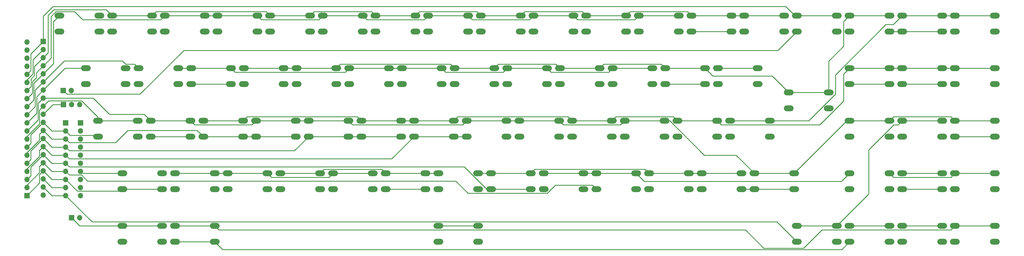
<source format=gtl>
G04 #@! TF.GenerationSoftware,KiCad,Pcbnew,(5.1.12)-1*
G04 #@! TF.CreationDate,2023-03-25T16:13:48+00:00*
G04 #@! TF.ProjectId,Keyboard,4b657962-6f61-4726-942e-6b696361645f,rev?*
G04 #@! TF.SameCoordinates,Original*
G04 #@! TF.FileFunction,Copper,L1,Top*
G04 #@! TF.FilePolarity,Positive*
%FSLAX46Y46*%
G04 Gerber Fmt 4.6, Leading zero omitted, Abs format (unit mm)*
G04 Created by KiCad (PCBNEW (5.1.12)-1) date 2023-03-25 16:13:48*
%MOMM*%
%LPD*%
G01*
G04 APERTURE LIST*
G04 #@! TA.AperFunction,ComponentPad*
%ADD10O,1.700000X1.700000*%
G04 #@! TD*
G04 #@! TA.AperFunction,ComponentPad*
%ADD11R,1.700000X1.700000*%
G04 #@! TD*
G04 #@! TA.AperFunction,ComponentPad*
%ADD12O,3.048000X1.850000*%
G04 #@! TD*
G04 #@! TA.AperFunction,Conductor*
%ADD13C,0.250000*%
G04 #@! TD*
G04 APERTURE END LIST*
D10*
G04 #@! TO.P,JP2,2*
G04 #@! TO.N,Net-(J3-Pad1)*
X70612000Y-112141000D03*
D11*
G04 #@! TO.P,JP2,1*
G04 #@! TO.N,Y10*
X68072000Y-112141000D03*
G04 #@! TD*
D10*
G04 #@! TO.P,JP1,3*
G04 #@! TO.N,Y10*
X73279000Y-116586000D03*
G04 #@! TO.P,JP1,2*
G04 #@! TO.N,Net-(J2-Pad1)*
X70739000Y-116586000D03*
D11*
G04 #@! TO.P,JP1,1*
G04 #@! TO.N,X8*
X68199000Y-116586000D03*
G04 #@! TD*
D10*
G04 #@! TO.P,JP3,2*
G04 #@! TO.N,X9*
X73279000Y-152146000D03*
D11*
G04 #@! TO.P,JP3,1*
G04 #@! TO.N,X8*
X70739000Y-152146000D03*
G04 #@! TD*
D12*
G04 #@! TO.P,SW22,2*
G04 #@! TO.N,Y3*
X268224000Y-143176000D03*
G04 #@! TO.P,SW22,1*
G04 #@! TO.N,X7*
X268224000Y-138176000D03*
G04 #@! TO.P,SW22,2*
G04 #@! TO.N,Y3*
X280724000Y-143176000D03*
G04 #@! TO.P,SW22,1*
G04 #@! TO.N,X7*
X280724000Y-138176000D03*
G04 #@! TD*
D10*
G04 #@! TO.P,J6,20*
G04 #@! TO.N,Net-(J6-Pad20)*
X56769000Y-96901000D03*
G04 #@! TO.P,J6,19*
G04 #@! TO.N,X8*
X56769000Y-99441000D03*
G04 #@! TO.P,J6,18*
G04 #@! TO.N,Y1*
X56769000Y-101981000D03*
G04 #@! TO.P,J6,17*
G04 #@! TO.N,Y2*
X56769000Y-104521000D03*
G04 #@! TO.P,J6,16*
G04 #@! TO.N,X9*
X56769000Y-107061000D03*
G04 #@! TO.P,J6,15*
G04 #@! TO.N,Y10*
X56769000Y-109601000D03*
G04 #@! TO.P,J6,14*
G04 #@! TO.N,X1*
X56769000Y-112141000D03*
G04 #@! TO.P,J6,13*
G04 #@! TO.N,X2*
X56769000Y-114681000D03*
G04 #@! TO.P,J6,12*
G04 #@! TO.N,X3*
X56769000Y-117221000D03*
G04 #@! TO.P,J6,11*
G04 #@! TO.N,X4*
X56769000Y-119761000D03*
G04 #@! TO.P,J6,10*
G04 #@! TO.N,X5*
X56769000Y-122301000D03*
G04 #@! TO.P,J6,9*
G04 #@! TO.N,X6*
X56769000Y-124841000D03*
G04 #@! TO.P,J6,8*
G04 #@! TO.N,X7*
X56769000Y-127381000D03*
G04 #@! TO.P,J6,7*
G04 #@! TO.N,Y9*
X56769000Y-129921000D03*
G04 #@! TO.P,J6,6*
G04 #@! TO.N,Y8*
X56769000Y-132461000D03*
G04 #@! TO.P,J6,5*
G04 #@! TO.N,Y7*
X56769000Y-135001000D03*
G04 #@! TO.P,J6,4*
G04 #@! TO.N,Y6*
X56769000Y-137541000D03*
G04 #@! TO.P,J6,3*
G04 #@! TO.N,Y5*
X56769000Y-140081000D03*
G04 #@! TO.P,J6,2*
G04 #@! TO.N,Y4*
X56769000Y-142621000D03*
D11*
G04 #@! TO.P,J6,1*
G04 #@! TO.N,Y3*
X56769000Y-145161000D03*
G04 #@! TD*
D10*
G04 #@! TO.P,J3,10*
G04 #@! TO.N,Net-(J3-Pad10)*
X73484000Y-145161000D03*
G04 #@! TO.P,J3,9*
G04 #@! TO.N,X9*
X73484000Y-142621000D03*
G04 #@! TO.P,J3,8*
G04 #@! TO.N,X7*
X73484000Y-140081000D03*
G04 #@! TO.P,J3,7*
G04 #@! TO.N,X6*
X73484000Y-137541000D03*
G04 #@! TO.P,J3,6*
G04 #@! TO.N,X5*
X73484000Y-135001000D03*
G04 #@! TO.P,J3,5*
G04 #@! TO.N,X4*
X73484000Y-132461000D03*
G04 #@! TO.P,J3,4*
G04 #@! TO.N,X3*
X73484000Y-129921000D03*
G04 #@! TO.P,J3,3*
G04 #@! TO.N,X2*
X73484000Y-127381000D03*
G04 #@! TO.P,J3,2*
G04 #@! TO.N,X1*
X73484000Y-124841000D03*
D11*
G04 #@! TO.P,J3,1*
G04 #@! TO.N,Net-(J3-Pad1)*
X73484000Y-122301000D03*
G04 #@! TD*
D10*
G04 #@! TO.P,J2,10*
G04 #@! TO.N,Y1*
X68834000Y-145161000D03*
G04 #@! TO.P,J2,9*
G04 #@! TO.N,Y2*
X68834000Y-142621000D03*
G04 #@! TO.P,J2,8*
G04 #@! TO.N,Y3*
X68834000Y-140081000D03*
G04 #@! TO.P,J2,7*
G04 #@! TO.N,Y4*
X68834000Y-137541000D03*
G04 #@! TO.P,J2,6*
G04 #@! TO.N,Y5*
X68834000Y-135001000D03*
G04 #@! TO.P,J2,5*
G04 #@! TO.N,Y6*
X68834000Y-132461000D03*
G04 #@! TO.P,J2,4*
G04 #@! TO.N,Y7*
X68834000Y-129921000D03*
G04 #@! TO.P,J2,3*
G04 #@! TO.N,Y8*
X68834000Y-127381000D03*
G04 #@! TO.P,J2,2*
G04 #@! TO.N,Y9*
X68834000Y-124841000D03*
D11*
G04 #@! TO.P,J2,1*
G04 #@! TO.N,Net-(J2-Pad1)*
X68834000Y-122301000D03*
G04 #@! TD*
D12*
G04 #@! TO.P,SW121,2*
G04 #@! TO.N,Y3*
X284734000Y-143176000D03*
G04 #@! TO.P,SW121,1*
G04 #@! TO.N,X6*
X284734000Y-138176000D03*
G04 #@! TO.P,SW121,2*
G04 #@! TO.N,Y3*
X297234000Y-143176000D03*
G04 #@! TO.P,SW121,1*
G04 #@! TO.N,X6*
X297234000Y-138176000D03*
G04 #@! TD*
G04 #@! TO.P,SW79,2*
G04 #@! TO.N,Y10*
X298069000Y-93646000D03*
G04 #@! TO.P,SW79,1*
G04 #@! TO.N,X9*
X298069000Y-88646000D03*
G04 #@! TO.P,SW79,2*
G04 #@! TO.N,Y10*
X310569000Y-93646000D03*
G04 #@! TO.P,SW79,1*
G04 #@! TO.N,X9*
X310569000Y-88646000D03*
G04 #@! TD*
G04 #@! TO.P,SW71,2*
G04 #@! TO.N,Y9*
X103124000Y-143176000D03*
G04 #@! TO.P,SW71,1*
G04 #@! TO.N,X8*
X103124000Y-138176000D03*
G04 #@! TO.P,SW71,2*
G04 #@! TO.N,Y9*
X115624000Y-143176000D03*
G04 #@! TO.P,SW71,1*
G04 #@! TO.N,X8*
X115624000Y-138176000D03*
G04 #@! TD*
G04 #@! TO.P,SW70,2*
G04 #@! TO.N,Y9*
X78994000Y-126666000D03*
G04 #@! TO.P,SW70,1*
G04 #@! TO.N,X7*
X78994000Y-121666000D03*
G04 #@! TO.P,SW70,2*
G04 #@! TO.N,Y9*
X91494000Y-126666000D03*
G04 #@! TO.P,SW70,1*
G04 #@! TO.N,X7*
X91494000Y-121666000D03*
G04 #@! TD*
G04 #@! TO.P,SW69,2*
G04 #@! TO.N,Y9*
X95504000Y-126666000D03*
G04 #@! TO.P,SW69,1*
G04 #@! TO.N,X6*
X95504000Y-121666000D03*
G04 #@! TO.P,SW69,2*
G04 #@! TO.N,Y9*
X108004000Y-126666000D03*
G04 #@! TO.P,SW69,1*
G04 #@! TO.N,X6*
X108004000Y-121666000D03*
G04 #@! TD*
G04 #@! TO.P,SW68,2*
G04 #@! TO.N,Y9*
X75184000Y-110156000D03*
G04 #@! TO.P,SW68,1*
G04 #@! TO.N,X5*
X75184000Y-105156000D03*
G04 #@! TO.P,SW68,2*
G04 #@! TO.N,Y9*
X87684000Y-110156000D03*
G04 #@! TO.P,SW68,1*
G04 #@! TO.N,X5*
X87684000Y-105156000D03*
G04 #@! TD*
G04 #@! TO.P,SW67,2*
G04 #@! TO.N,Y9*
X91694000Y-110156000D03*
G04 #@! TO.P,SW67,1*
G04 #@! TO.N,X4*
X91694000Y-105156000D03*
G04 #@! TO.P,SW67,2*
G04 #@! TO.N,Y9*
X104194000Y-110156000D03*
G04 #@! TO.P,SW67,1*
G04 #@! TO.N,X4*
X104194000Y-105156000D03*
G04 #@! TD*
G04 #@! TO.P,SW66,2*
G04 #@! TO.N,Y9*
X66929000Y-93646000D03*
G04 #@! TO.P,SW66,1*
G04 #@! TO.N,X3*
X66929000Y-88646000D03*
G04 #@! TO.P,SW66,2*
G04 #@! TO.N,Y9*
X79429000Y-93646000D03*
G04 #@! TO.P,SW66,1*
G04 #@! TO.N,X3*
X79429000Y-88646000D03*
G04 #@! TD*
G04 #@! TO.P,SW65,2*
G04 #@! TO.N,Y9*
X99949000Y-93646000D03*
G04 #@! TO.P,SW65,1*
G04 #@! TO.N,X2*
X99949000Y-88646000D03*
G04 #@! TO.P,SW65,2*
G04 #@! TO.N,Y9*
X112449000Y-93646000D03*
G04 #@! TO.P,SW65,1*
G04 #@! TO.N,X2*
X112449000Y-88646000D03*
G04 #@! TD*
G04 #@! TO.P,SW64,2*
G04 #@! TO.N,Y9*
X83439000Y-93646000D03*
G04 #@! TO.P,SW64,1*
G04 #@! TO.N,X1*
X83439000Y-88646000D03*
G04 #@! TO.P,SW64,2*
G04 #@! TO.N,Y9*
X95939000Y-93646000D03*
G04 #@! TO.P,SW64,1*
G04 #@! TO.N,X1*
X95939000Y-88646000D03*
G04 #@! TD*
G04 #@! TO.P,SW63,2*
G04 #@! TO.N,Y8*
X119634000Y-143176000D03*
G04 #@! TO.P,SW63,1*
G04 #@! TO.N,X8*
X119634000Y-138176000D03*
G04 #@! TO.P,SW63,2*
G04 #@! TO.N,Y8*
X132134000Y-143176000D03*
G04 #@! TO.P,SW63,1*
G04 #@! TO.N,X8*
X132134000Y-138176000D03*
G04 #@! TD*
G04 #@! TO.P,SW62,2*
G04 #@! TO.N,Y8*
X136144000Y-143176000D03*
G04 #@! TO.P,SW62,1*
G04 #@! TO.N,X7*
X136144000Y-138176000D03*
G04 #@! TO.P,SW62,2*
G04 #@! TO.N,Y8*
X148644000Y-143176000D03*
G04 #@! TO.P,SW62,1*
G04 #@! TO.N,X7*
X148644000Y-138176000D03*
G04 #@! TD*
G04 #@! TO.P,SW61,2*
G04 #@! TO.N,Y8*
X128524000Y-126666000D03*
G04 #@! TO.P,SW61,1*
G04 #@! TO.N,X6*
X128524000Y-121666000D03*
G04 #@! TO.P,SW61,2*
G04 #@! TO.N,Y8*
X141024000Y-126666000D03*
G04 #@! TO.P,SW61,1*
G04 #@! TO.N,X6*
X141024000Y-121666000D03*
G04 #@! TD*
G04 #@! TO.P,SW60,2*
G04 #@! TO.N,Y8*
X112014000Y-126666000D03*
G04 #@! TO.P,SW60,1*
G04 #@! TO.N,X5*
X112014000Y-121666000D03*
G04 #@! TO.P,SW60,2*
G04 #@! TO.N,Y8*
X124514000Y-126666000D03*
G04 #@! TO.P,SW60,1*
G04 #@! TO.N,X5*
X124514000Y-121666000D03*
G04 #@! TD*
G04 #@! TO.P,SW59,2*
G04 #@! TO.N,Y8*
X108204000Y-110156000D03*
G04 #@! TO.P,SW59,1*
G04 #@! TO.N,X4*
X108204000Y-105156000D03*
G04 #@! TO.P,SW59,2*
G04 #@! TO.N,Y8*
X120704000Y-110156000D03*
G04 #@! TO.P,SW59,1*
G04 #@! TO.N,X4*
X120704000Y-105156000D03*
G04 #@! TD*
G04 #@! TO.P,SW58,2*
G04 #@! TO.N,Y8*
X124714000Y-110156000D03*
G04 #@! TO.P,SW58,1*
G04 #@! TO.N,X3*
X124714000Y-105156000D03*
G04 #@! TO.P,SW58,2*
G04 #@! TO.N,Y8*
X137214000Y-110156000D03*
G04 #@! TO.P,SW58,1*
G04 #@! TO.N,X3*
X137214000Y-105156000D03*
G04 #@! TD*
G04 #@! TO.P,SW57,2*
G04 #@! TO.N,Y8*
X116459000Y-93646000D03*
G04 #@! TO.P,SW57,1*
G04 #@! TO.N,X2*
X116459000Y-88646000D03*
G04 #@! TO.P,SW57,2*
G04 #@! TO.N,Y8*
X128959000Y-93646000D03*
G04 #@! TO.P,SW57,1*
G04 #@! TO.N,X2*
X128959000Y-88646000D03*
G04 #@! TD*
G04 #@! TO.P,SW56,2*
G04 #@! TO.N,Y8*
X132969000Y-93646000D03*
G04 #@! TO.P,SW56,1*
G04 #@! TO.N,X1*
X132969000Y-88646000D03*
G04 #@! TO.P,SW56,2*
G04 #@! TO.N,Y8*
X145469000Y-93646000D03*
G04 #@! TO.P,SW56,1*
G04 #@! TO.N,X1*
X145469000Y-88646000D03*
G04 #@! TD*
G04 #@! TO.P,SW55,2*
G04 #@! TO.N,Y7*
X152654000Y-143176000D03*
G04 #@! TO.P,SW55,1*
G04 #@! TO.N,X8*
X152654000Y-138176000D03*
G04 #@! TO.P,SW55,2*
G04 #@! TO.N,Y7*
X165154000Y-143176000D03*
G04 #@! TO.P,SW55,1*
G04 #@! TO.N,X8*
X165154000Y-138176000D03*
G04 #@! TD*
G04 #@! TO.P,SW54,2*
G04 #@! TO.N,Y7*
X169164000Y-143176000D03*
G04 #@! TO.P,SW54,1*
G04 #@! TO.N,X7*
X169164000Y-138176000D03*
G04 #@! TO.P,SW54,2*
G04 #@! TO.N,Y7*
X181664000Y-143176000D03*
G04 #@! TO.P,SW54,1*
G04 #@! TO.N,X7*
X181664000Y-138176000D03*
G04 #@! TD*
G04 #@! TO.P,SW53,2*
G04 #@! TO.N,Y7*
X145034000Y-126666000D03*
G04 #@! TO.P,SW53,1*
G04 #@! TO.N,X6*
X145034000Y-121666000D03*
G04 #@! TO.P,SW53,2*
G04 #@! TO.N,Y7*
X157534000Y-126666000D03*
G04 #@! TO.P,SW53,1*
G04 #@! TO.N,X6*
X157534000Y-121666000D03*
G04 #@! TD*
G04 #@! TO.P,SW52,2*
G04 #@! TO.N,Y7*
X161544000Y-126666000D03*
G04 #@! TO.P,SW52,1*
G04 #@! TO.N,X5*
X161544000Y-121666000D03*
G04 #@! TO.P,SW52,2*
G04 #@! TO.N,Y7*
X174044000Y-126666000D03*
G04 #@! TO.P,SW52,1*
G04 #@! TO.N,X5*
X174044000Y-121666000D03*
G04 #@! TD*
G04 #@! TO.P,SW51,2*
G04 #@! TO.N,Y7*
X157734000Y-110156000D03*
G04 #@! TO.P,SW51,1*
G04 #@! TO.N,X4*
X157734000Y-105156000D03*
G04 #@! TO.P,SW51,2*
G04 #@! TO.N,Y7*
X170234000Y-110156000D03*
G04 #@! TO.P,SW51,1*
G04 #@! TO.N,X4*
X170234000Y-105156000D03*
G04 #@! TD*
G04 #@! TO.P,SW50,2*
G04 #@! TO.N,Y7*
X141224000Y-110156000D03*
G04 #@! TO.P,SW50,1*
G04 #@! TO.N,X3*
X141224000Y-105156000D03*
G04 #@! TO.P,SW50,2*
G04 #@! TO.N,Y7*
X153724000Y-110156000D03*
G04 #@! TO.P,SW50,1*
G04 #@! TO.N,X3*
X153724000Y-105156000D03*
G04 #@! TD*
G04 #@! TO.P,SW49,2*
G04 #@! TO.N,Y7*
X149479000Y-93646000D03*
G04 #@! TO.P,SW49,1*
G04 #@! TO.N,X2*
X149479000Y-88646000D03*
G04 #@! TO.P,SW49,2*
G04 #@! TO.N,Y7*
X161979000Y-93646000D03*
G04 #@! TO.P,SW49,1*
G04 #@! TO.N,X2*
X161979000Y-88646000D03*
G04 #@! TD*
G04 #@! TO.P,SW48,2*
G04 #@! TO.N,Y7*
X165989000Y-93646000D03*
G04 #@! TO.P,SW48,1*
G04 #@! TO.N,X1*
X165989000Y-88646000D03*
G04 #@! TO.P,SW48,2*
G04 #@! TO.N,Y7*
X178489000Y-93646000D03*
G04 #@! TO.P,SW48,1*
G04 #@! TO.N,X1*
X178489000Y-88646000D03*
G04 #@! TD*
G04 #@! TO.P,SW47,2*
G04 #@! TO.N,Y6*
X185674000Y-159686000D03*
G04 #@! TO.P,SW47,1*
G04 #@! TO.N,X8*
X185674000Y-154686000D03*
G04 #@! TO.P,SW47,2*
G04 #@! TO.N,Y6*
X198174000Y-159686000D03*
G04 #@! TO.P,SW47,1*
G04 #@! TO.N,X8*
X198174000Y-154686000D03*
G04 #@! TD*
G04 #@! TO.P,SW46,2*
G04 #@! TO.N,Y6*
X185674000Y-143176000D03*
G04 #@! TO.P,SW46,1*
G04 #@! TO.N,X7*
X185674000Y-138176000D03*
G04 #@! TO.P,SW46,2*
G04 #@! TO.N,Y6*
X198174000Y-143176000D03*
G04 #@! TO.P,SW46,1*
G04 #@! TO.N,X7*
X198174000Y-138176000D03*
G04 #@! TD*
G04 #@! TO.P,SW45,2*
G04 #@! TO.N,Y6*
X194564000Y-126666000D03*
G04 #@! TO.P,SW45,1*
G04 #@! TO.N,X6*
X194564000Y-121666000D03*
G04 #@! TO.P,SW45,2*
G04 #@! TO.N,Y6*
X207064000Y-126666000D03*
G04 #@! TO.P,SW45,1*
G04 #@! TO.N,X6*
X207064000Y-121666000D03*
G04 #@! TD*
G04 #@! TO.P,SW44,2*
G04 #@! TO.N,Y6*
X178054000Y-126666000D03*
G04 #@! TO.P,SW44,1*
G04 #@! TO.N,X5*
X178054000Y-121666000D03*
G04 #@! TO.P,SW44,2*
G04 #@! TO.N,Y6*
X190554000Y-126666000D03*
G04 #@! TO.P,SW44,1*
G04 #@! TO.N,X5*
X190554000Y-121666000D03*
G04 #@! TD*
G04 #@! TO.P,SW43,2*
G04 #@! TO.N,Y6*
X174244000Y-110156000D03*
G04 #@! TO.P,SW43,1*
G04 #@! TO.N,X4*
X174244000Y-105156000D03*
G04 #@! TO.P,SW43,2*
G04 #@! TO.N,Y6*
X186744000Y-110156000D03*
G04 #@! TO.P,SW43,1*
G04 #@! TO.N,X4*
X186744000Y-105156000D03*
G04 #@! TD*
G04 #@! TO.P,SW42,2*
G04 #@! TO.N,Y6*
X190754000Y-110156000D03*
G04 #@! TO.P,SW42,1*
G04 #@! TO.N,X3*
X190754000Y-105156000D03*
G04 #@! TO.P,SW42,2*
G04 #@! TO.N,Y6*
X203254000Y-110156000D03*
G04 #@! TO.P,SW42,1*
G04 #@! TO.N,X3*
X203254000Y-105156000D03*
G04 #@! TD*
G04 #@! TO.P,SW41,2*
G04 #@! TO.N,Y6*
X182499000Y-93646000D03*
G04 #@! TO.P,SW41,1*
G04 #@! TO.N,X2*
X182499000Y-88646000D03*
G04 #@! TO.P,SW41,2*
G04 #@! TO.N,Y6*
X194999000Y-93646000D03*
G04 #@! TO.P,SW41,1*
G04 #@! TO.N,X2*
X194999000Y-88646000D03*
G04 #@! TD*
G04 #@! TO.P,SW40,2*
G04 #@! TO.N,Y6*
X199009000Y-93646000D03*
G04 #@! TO.P,SW40,1*
G04 #@! TO.N,X1*
X199009000Y-88646000D03*
G04 #@! TO.P,SW40,2*
G04 #@! TO.N,Y6*
X211509000Y-93646000D03*
G04 #@! TO.P,SW40,1*
G04 #@! TO.N,X1*
X211509000Y-88646000D03*
G04 #@! TD*
G04 #@! TO.P,SW39,2*
G04 #@! TO.N,Y5*
X218694000Y-143176000D03*
G04 #@! TO.P,SW39,1*
G04 #@! TO.N,X8*
X218694000Y-138176000D03*
G04 #@! TO.P,SW39,2*
G04 #@! TO.N,Y5*
X231194000Y-143176000D03*
G04 #@! TO.P,SW39,1*
G04 #@! TO.N,X8*
X231194000Y-138176000D03*
G04 #@! TD*
G04 #@! TO.P,SW38,2*
G04 #@! TO.N,Y5*
X202184000Y-143176000D03*
G04 #@! TO.P,SW38,1*
G04 #@! TO.N,X7*
X202184000Y-138176000D03*
G04 #@! TO.P,SW38,2*
G04 #@! TO.N,Y5*
X214684000Y-143176000D03*
G04 #@! TO.P,SW38,1*
G04 #@! TO.N,X7*
X214684000Y-138176000D03*
G04 #@! TD*
G04 #@! TO.P,SW37,2*
G04 #@! TO.N,Y5*
X211074000Y-126666000D03*
G04 #@! TO.P,SW37,1*
G04 #@! TO.N,X6*
X211074000Y-121666000D03*
G04 #@! TO.P,SW37,2*
G04 #@! TO.N,Y5*
X223574000Y-126666000D03*
G04 #@! TO.P,SW37,1*
G04 #@! TO.N,X6*
X223574000Y-121666000D03*
G04 #@! TD*
G04 #@! TO.P,SW36,2*
G04 #@! TO.N,Y5*
X227584000Y-126666000D03*
G04 #@! TO.P,SW36,1*
G04 #@! TO.N,X5*
X227584000Y-121666000D03*
G04 #@! TO.P,SW36,2*
G04 #@! TO.N,Y5*
X240084000Y-126666000D03*
G04 #@! TO.P,SW36,1*
G04 #@! TO.N,X5*
X240084000Y-121666000D03*
G04 #@! TD*
G04 #@! TO.P,SW35,2*
G04 #@! TO.N,Y5*
X207264000Y-110156000D03*
G04 #@! TO.P,SW35,1*
G04 #@! TO.N,X4*
X207264000Y-105156000D03*
G04 #@! TO.P,SW35,2*
G04 #@! TO.N,Y5*
X219764000Y-110156000D03*
G04 #@! TO.P,SW35,1*
G04 #@! TO.N,X4*
X219764000Y-105156000D03*
G04 #@! TD*
G04 #@! TO.P,SW34,2*
G04 #@! TO.N,Y5*
X223774000Y-110156000D03*
G04 #@! TO.P,SW34,1*
G04 #@! TO.N,X3*
X223774000Y-105156000D03*
G04 #@! TO.P,SW34,2*
G04 #@! TO.N,Y5*
X236274000Y-110156000D03*
G04 #@! TO.P,SW34,1*
G04 #@! TO.N,X3*
X236274000Y-105156000D03*
G04 #@! TD*
G04 #@! TO.P,SW33,2*
G04 #@! TO.N,Y5*
X215519000Y-93646000D03*
G04 #@! TO.P,SW33,1*
G04 #@! TO.N,X2*
X215519000Y-88646000D03*
G04 #@! TO.P,SW33,2*
G04 #@! TO.N,Y5*
X228019000Y-93646000D03*
G04 #@! TO.P,SW33,1*
G04 #@! TO.N,X2*
X228019000Y-88646000D03*
G04 #@! TD*
G04 #@! TO.P,SW32,2*
G04 #@! TO.N,Y5*
X232029000Y-93646000D03*
G04 #@! TO.P,SW32,1*
G04 #@! TO.N,X1*
X232029000Y-88646000D03*
G04 #@! TO.P,SW32,2*
G04 #@! TO.N,Y5*
X244529000Y-93646000D03*
G04 #@! TO.P,SW32,1*
G04 #@! TO.N,X1*
X244529000Y-88646000D03*
G04 #@! TD*
G04 #@! TO.P,SW31,2*
G04 #@! TO.N,Y4*
X235204000Y-143176000D03*
G04 #@! TO.P,SW31,1*
G04 #@! TO.N,X8*
X235204000Y-138176000D03*
G04 #@! TO.P,SW31,2*
G04 #@! TO.N,Y4*
X247704000Y-143176000D03*
G04 #@! TO.P,SW31,1*
G04 #@! TO.N,X8*
X247704000Y-138176000D03*
G04 #@! TD*
G04 #@! TO.P,SW30,2*
G04 #@! TO.N,Y4*
X251714000Y-143176000D03*
G04 #@! TO.P,SW30,1*
G04 #@! TO.N,X7*
X251714000Y-138176000D03*
G04 #@! TO.P,SW30,2*
G04 #@! TO.N,Y4*
X264214000Y-143176000D03*
G04 #@! TO.P,SW30,1*
G04 #@! TO.N,X7*
X264214000Y-138176000D03*
G04 #@! TD*
G04 #@! TO.P,SW29,2*
G04 #@! TO.N,Y4*
X244094000Y-126666000D03*
G04 #@! TO.P,SW29,1*
G04 #@! TO.N,X6*
X244094000Y-121666000D03*
G04 #@! TO.P,SW29,2*
G04 #@! TO.N,Y4*
X256594000Y-126666000D03*
G04 #@! TO.P,SW29,1*
G04 #@! TO.N,X6*
X256594000Y-121666000D03*
G04 #@! TD*
G04 #@! TO.P,SW28,2*
G04 #@! TO.N,Y4*
X260604000Y-126666000D03*
G04 #@! TO.P,SW28,1*
G04 #@! TO.N,X5*
X260604000Y-121666000D03*
G04 #@! TO.P,SW28,2*
G04 #@! TO.N,Y4*
X273104000Y-126666000D03*
G04 #@! TO.P,SW28,1*
G04 #@! TO.N,X5*
X273104000Y-121666000D03*
G04 #@! TD*
G04 #@! TO.P,SW27,2*
G04 #@! TO.N,Y4*
X240284000Y-110156000D03*
G04 #@! TO.P,SW27,1*
G04 #@! TO.N,X4*
X240284000Y-105156000D03*
G04 #@! TO.P,SW27,2*
G04 #@! TO.N,Y4*
X252784000Y-110156000D03*
G04 #@! TO.P,SW27,1*
G04 #@! TO.N,X4*
X252784000Y-105156000D03*
G04 #@! TD*
G04 #@! TO.P,SW26,2*
G04 #@! TO.N,Y4*
X256794000Y-110156000D03*
G04 #@! TO.P,SW26,1*
G04 #@! TO.N,X3*
X256794000Y-105156000D03*
G04 #@! TO.P,SW26,2*
G04 #@! TO.N,Y4*
X269294000Y-110156000D03*
G04 #@! TO.P,SW26,1*
G04 #@! TO.N,X3*
X269294000Y-105156000D03*
G04 #@! TD*
G04 #@! TO.P,SW25,2*
G04 #@! TO.N,Y4*
X248539000Y-93646000D03*
G04 #@! TO.P,SW25,1*
G04 #@! TO.N,X2*
X248539000Y-88646000D03*
G04 #@! TO.P,SW25,2*
G04 #@! TO.N,Y4*
X261039000Y-93646000D03*
G04 #@! TO.P,SW25,1*
G04 #@! TO.N,X2*
X261039000Y-88646000D03*
G04 #@! TD*
G04 #@! TO.P,SW24,2*
G04 #@! TO.N,Y4*
X265049000Y-93646000D03*
G04 #@! TO.P,SW24,1*
G04 #@! TO.N,X1*
X265049000Y-88646000D03*
G04 #@! TO.P,SW24,2*
G04 #@! TO.N,Y4*
X277549000Y-93646000D03*
G04 #@! TO.P,SW24,1*
G04 #@! TO.N,X1*
X277549000Y-88646000D03*
G04 #@! TD*
G04 #@! TO.P,SW23,2*
G04 #@! TO.N,Y3*
X86614000Y-159686000D03*
G04 #@! TO.P,SW23,1*
G04 #@! TO.N,X8*
X86614000Y-154686000D03*
G04 #@! TO.P,SW23,2*
G04 #@! TO.N,Y3*
X99114000Y-159686000D03*
G04 #@! TO.P,SW23,1*
G04 #@! TO.N,X8*
X99114000Y-154686000D03*
G04 #@! TD*
G04 #@! TO.P,SW21,2*
G04 #@! TO.N,Y3*
X86614000Y-143176000D03*
G04 #@! TO.P,SW21,1*
G04 #@! TO.N,X6*
X86614000Y-138176000D03*
G04 #@! TO.P,SW21,2*
G04 #@! TO.N,Y3*
X99114000Y-143176000D03*
G04 #@! TO.P,SW21,1*
G04 #@! TO.N,X6*
X99114000Y-138176000D03*
G04 #@! TD*
G04 #@! TO.P,SW20,2*
G04 #@! TO.N,Y3*
X314579000Y-110156000D03*
G04 #@! TO.P,SW20,1*
G04 #@! TO.N,X5*
X314579000Y-105156000D03*
G04 #@! TO.P,SW20,2*
G04 #@! TO.N,Y3*
X327079000Y-110156000D03*
G04 #@! TO.P,SW20,1*
G04 #@! TO.N,X5*
X327079000Y-105156000D03*
G04 #@! TD*
G04 #@! TO.P,SW19,2*
G04 #@! TO.N,Y3*
X277114000Y-126666000D03*
G04 #@! TO.P,SW19,1*
G04 #@! TO.N,X4*
X277114000Y-121666000D03*
G04 #@! TO.P,SW19,2*
G04 #@! TO.N,Y3*
X289614000Y-126666000D03*
G04 #@! TO.P,SW19,1*
G04 #@! TO.N,X4*
X289614000Y-121666000D03*
G04 #@! TD*
G04 #@! TO.P,SW18,2*
G04 #@! TO.N,Y3*
X295529000Y-117776000D03*
G04 #@! TO.P,SW18,1*
G04 #@! TO.N,X3*
X295529000Y-112776000D03*
G04 #@! TO.P,SW18,2*
G04 #@! TO.N,Y3*
X308029000Y-117776000D03*
G04 #@! TO.P,SW18,1*
G04 #@! TO.N,X3*
X308029000Y-112776000D03*
G04 #@! TD*
G04 #@! TO.P,SW17,2*
G04 #@! TO.N,Y3*
X273304000Y-110156000D03*
G04 #@! TO.P,SW17,1*
G04 #@! TO.N,X2*
X273304000Y-105156000D03*
G04 #@! TO.P,SW17,2*
G04 #@! TO.N,Y3*
X285804000Y-110156000D03*
G04 #@! TO.P,SW17,1*
G04 #@! TO.N,X2*
X285804000Y-105156000D03*
G04 #@! TD*
G04 #@! TO.P,SW16,2*
G04 #@! TO.N,Y3*
X281559000Y-93646000D03*
G04 #@! TO.P,SW16,1*
G04 #@! TO.N,X1*
X281559000Y-88646000D03*
G04 #@! TO.P,SW16,2*
G04 #@! TO.N,Y3*
X294059000Y-93646000D03*
G04 #@! TO.P,SW16,1*
G04 #@! TO.N,X1*
X294059000Y-88646000D03*
G04 #@! TD*
G04 #@! TO.P,SW15,2*
G04 #@! TO.N,Y2*
X314579000Y-143176000D03*
G04 #@! TO.P,SW15,1*
G04 #@! TO.N,X8*
X314579000Y-138176000D03*
G04 #@! TO.P,SW15,2*
G04 #@! TO.N,Y2*
X327079000Y-143176000D03*
G04 #@! TO.P,SW15,1*
G04 #@! TO.N,X8*
X327079000Y-138176000D03*
G04 #@! TD*
G04 #@! TO.P,SW14,2*
G04 #@! TO.N,Y2*
X331089000Y-126666000D03*
G04 #@! TO.P,SW14,1*
G04 #@! TO.N,X7*
X331089000Y-121666000D03*
G04 #@! TO.P,SW14,2*
G04 #@! TO.N,Y2*
X343589000Y-126666000D03*
G04 #@! TO.P,SW14,1*
G04 #@! TO.N,X7*
X343589000Y-121666000D03*
G04 #@! TD*
G04 #@! TO.P,SW13,2*
G04 #@! TO.N,Y2*
X314579000Y-126666000D03*
G04 #@! TO.P,SW13,1*
G04 #@! TO.N,X6*
X314579000Y-121666000D03*
G04 #@! TO.P,SW13,2*
G04 #@! TO.N,Y2*
X327079000Y-126666000D03*
G04 #@! TO.P,SW13,1*
G04 #@! TO.N,X6*
X327079000Y-121666000D03*
G04 #@! TD*
G04 #@! TO.P,SW12,2*
G04 #@! TO.N,Y2*
X331089000Y-110156000D03*
G04 #@! TO.P,SW12,1*
G04 #@! TO.N,X5*
X331089000Y-105156000D03*
G04 #@! TO.P,SW12,2*
G04 #@! TO.N,Y2*
X343589000Y-110156000D03*
G04 #@! TO.P,SW12,1*
G04 #@! TO.N,X5*
X343589000Y-105156000D03*
G04 #@! TD*
G04 #@! TO.P,SW11,2*
G04 #@! TO.N,Y2*
X331089000Y-93646000D03*
G04 #@! TO.P,SW11,1*
G04 #@! TO.N,X4*
X331089000Y-88646000D03*
G04 #@! TO.P,SW11,2*
G04 #@! TO.N,Y2*
X343589000Y-93646000D03*
G04 #@! TO.P,SW11,1*
G04 #@! TO.N,X4*
X343589000Y-88646000D03*
G04 #@! TD*
G04 #@! TO.P,SW10,2*
G04 #@! TO.N,Y2*
X314579000Y-93646000D03*
G04 #@! TO.P,SW10,1*
G04 #@! TO.N,X3*
X314579000Y-88646000D03*
G04 #@! TO.P,SW10,2*
G04 #@! TO.N,Y2*
X327079000Y-93646000D03*
G04 #@! TO.P,SW10,1*
G04 #@! TO.N,X3*
X327079000Y-88646000D03*
G04 #@! TD*
G04 #@! TO.P,SW9,2*
G04 #@! TO.N,Y2*
X103124000Y-159686000D03*
G04 #@! TO.P,SW9,1*
G04 #@! TO.N,X2*
X103124000Y-154686000D03*
G04 #@! TO.P,SW9,2*
G04 #@! TO.N,Y2*
X115624000Y-159686000D03*
G04 #@! TO.P,SW9,1*
G04 #@! TO.N,X2*
X115624000Y-154686000D03*
G04 #@! TD*
G04 #@! TO.P,SW8,2*
G04 #@! TO.N,Y2*
X314579000Y-159686000D03*
G04 #@! TO.P,SW8,1*
G04 #@! TO.N,X1*
X314579000Y-154686000D03*
G04 #@! TO.P,SW8,2*
G04 #@! TO.N,Y2*
X327079000Y-159686000D03*
G04 #@! TO.P,SW8,1*
G04 #@! TO.N,X1*
X327079000Y-154686000D03*
G04 #@! TD*
G04 #@! TO.P,SW7,2*
G04 #@! TO.N,Y1*
X347599000Y-143176000D03*
G04 #@! TO.P,SW7,1*
G04 #@! TO.N,X8*
X347599000Y-138176000D03*
G04 #@! TO.P,SW7,2*
G04 #@! TO.N,Y1*
X360099000Y-143176000D03*
G04 #@! TO.P,SW7,1*
G04 #@! TO.N,X8*
X360099000Y-138176000D03*
G04 #@! TD*
G04 #@! TO.P,SW6,2*
G04 #@! TO.N,Y1*
X298069000Y-159686000D03*
G04 #@! TO.P,SW6,1*
G04 #@! TO.N,X7*
X298069000Y-154686000D03*
G04 #@! TO.P,SW6,2*
G04 #@! TO.N,Y1*
X310569000Y-159686000D03*
G04 #@! TO.P,SW6,1*
G04 #@! TO.N,X7*
X310569000Y-154686000D03*
G04 #@! TD*
G04 #@! TO.P,SW5,2*
G04 #@! TO.N,Y1*
X347599000Y-126666000D03*
G04 #@! TO.P,SW5,1*
G04 #@! TO.N,X6*
X347599000Y-121666000D03*
G04 #@! TO.P,SW5,2*
G04 #@! TO.N,Y1*
X360099000Y-126666000D03*
G04 #@! TO.P,SW5,1*
G04 #@! TO.N,X6*
X360099000Y-121666000D03*
G04 #@! TD*
G04 #@! TO.P,SW4,2*
G04 #@! TO.N,Y1*
X347599000Y-110156000D03*
G04 #@! TO.P,SW4,1*
G04 #@! TO.N,X5*
X347599000Y-105156000D03*
G04 #@! TO.P,SW4,2*
G04 #@! TO.N,Y1*
X360099000Y-110156000D03*
G04 #@! TO.P,SW4,1*
G04 #@! TO.N,X5*
X360099000Y-105156000D03*
G04 #@! TD*
G04 #@! TO.P,SW3,2*
G04 #@! TO.N,Y1*
X347599000Y-93646000D03*
G04 #@! TO.P,SW3,1*
G04 #@! TO.N,X4*
X347599000Y-88646000D03*
G04 #@! TO.P,SW3,2*
G04 #@! TO.N,Y1*
X360099000Y-93646000D03*
G04 #@! TO.P,SW3,1*
G04 #@! TO.N,X4*
X360099000Y-88646000D03*
G04 #@! TD*
G04 #@! TO.P,SW2,2*
G04 #@! TO.N,Y1*
X331089000Y-159686000D03*
G04 #@! TO.P,SW2,1*
G04 #@! TO.N,X3*
X331089000Y-154686000D03*
G04 #@! TO.P,SW2,2*
G04 #@! TO.N,Y1*
X343589000Y-159686000D03*
G04 #@! TO.P,SW2,1*
G04 #@! TO.N,X3*
X343589000Y-154686000D03*
G04 #@! TD*
G04 #@! TO.P,SW1,2*
G04 #@! TO.N,Y1*
X347599000Y-159686000D03*
G04 #@! TO.P,SW1,1*
G04 #@! TO.N,X2*
X347599000Y-154686000D03*
G04 #@! TO.P,SW1,2*
G04 #@! TO.N,Y1*
X360099000Y-159686000D03*
G04 #@! TO.P,SW1,1*
G04 #@! TO.N,X2*
X360099000Y-154686000D03*
G04 #@! TD*
G04 #@! TO.P,SW0,2*
G04 #@! TO.N,Y1*
X331089000Y-143176000D03*
G04 #@! TO.P,SW0,1*
G04 #@! TO.N,X1*
X331089000Y-138176000D03*
G04 #@! TO.P,SW0,2*
G04 #@! TO.N,Y1*
X343589000Y-143176000D03*
G04 #@! TO.P,SW0,1*
G04 #@! TO.N,X1*
X343589000Y-138176000D03*
G04 #@! TD*
D10*
G04 #@! TO.P,J1,20*
G04 #@! TO.N,Net-(J1-Pad20)*
X61849000Y-145034000D03*
G04 #@! TO.P,J1,19*
G04 #@! TO.N,Y1*
X61849000Y-142494000D03*
G04 #@! TO.P,J1,18*
G04 #@! TO.N,Y2*
X61849000Y-139954000D03*
G04 #@! TO.P,J1,17*
G04 #@! TO.N,Y3*
X61849000Y-137414000D03*
G04 #@! TO.P,J1,16*
G04 #@! TO.N,Y4*
X61849000Y-134874000D03*
G04 #@! TO.P,J1,15*
G04 #@! TO.N,Y5*
X61849000Y-132334000D03*
G04 #@! TO.P,J1,14*
G04 #@! TO.N,Y6*
X61849000Y-129794000D03*
G04 #@! TO.P,J1,13*
G04 #@! TO.N,Y7*
X61849000Y-127254000D03*
G04 #@! TO.P,J1,12*
G04 #@! TO.N,Y8*
X61849000Y-124714000D03*
G04 #@! TO.P,J1,11*
G04 #@! TO.N,Y9*
X61849000Y-122174000D03*
G04 #@! TO.P,J1,10*
G04 #@! TO.N,X8*
X61849000Y-119634000D03*
G04 #@! TO.P,J1,9*
G04 #@! TO.N,X7*
X61849000Y-117094000D03*
G04 #@! TO.P,J1,8*
G04 #@! TO.N,X6*
X61849000Y-114554000D03*
G04 #@! TO.P,J1,7*
G04 #@! TO.N,X5*
X61849000Y-112014000D03*
G04 #@! TO.P,J1,6*
G04 #@! TO.N,X4*
X61849000Y-109474000D03*
G04 #@! TO.P,J1,5*
G04 #@! TO.N,X3*
X61849000Y-106934000D03*
G04 #@! TO.P,J1,4*
G04 #@! TO.N,X2*
X61849000Y-104394000D03*
G04 #@! TO.P,J1,3*
G04 #@! TO.N,X1*
X61849000Y-101854000D03*
G04 #@! TO.P,J1,2*
G04 #@! TO.N,Y10*
X61849000Y-99314000D03*
D11*
G04 #@! TO.P,J1,1*
G04 #@! TO.N,X9*
X61849000Y-96774000D03*
G04 #@! TD*
D13*
G04 #@! TO.N,Y10*
X58604990Y-102558010D02*
X61849000Y-99314000D01*
X58604990Y-106964012D02*
X58604990Y-102558010D01*
X56769000Y-108800002D02*
X58604990Y-106964012D01*
X56769000Y-109601000D02*
X56769000Y-108800002D01*
X292147000Y-99568000D02*
X298069000Y-93646000D01*
X105918000Y-99568000D02*
X292147000Y-99568000D01*
X92169999Y-113316001D02*
X105918000Y-99568000D01*
X69247001Y-113316001D02*
X92169999Y-113316001D01*
X68072000Y-112141000D02*
X69247001Y-113316001D01*
G04 #@! TO.N,Y9*
X64516000Y-124841000D02*
X61849000Y-122174000D01*
X68834000Y-124841000D02*
X64516000Y-124841000D01*
X57944001Y-126078999D02*
X61849000Y-122174000D01*
X57944001Y-128745999D02*
X57944001Y-126078999D01*
X56769000Y-129921000D02*
X57944001Y-128745999D01*
X78533999Y-126205999D02*
X78994000Y-126666000D01*
X70198999Y-126205999D02*
X78533999Y-126205999D01*
X68834000Y-124841000D02*
X70198999Y-126205999D01*
X108004000Y-126666000D02*
X95504000Y-126666000D01*
G04 #@! TO.N,Y8*
X112014000Y-126666000D02*
X141024000Y-126666000D01*
X64516000Y-127381000D02*
X61849000Y-124714000D01*
X68834000Y-127381000D02*
X64516000Y-127381000D01*
X60673999Y-125889001D02*
X61849000Y-124714000D01*
X60673999Y-127755003D02*
X60673999Y-125889001D01*
X56769000Y-131660002D02*
X60673999Y-127755003D01*
X56769000Y-132461000D02*
X56769000Y-131660002D01*
X120704000Y-110156000D02*
X108204000Y-110156000D01*
X70009001Y-128556001D02*
X68834000Y-127381000D01*
X88329002Y-124714000D02*
X84487001Y-128556001D01*
X110062000Y-124714000D02*
X88329002Y-124714000D01*
X84487001Y-128556001D02*
X70009001Y-128556001D01*
X112014000Y-126666000D02*
X110062000Y-124714000D01*
G04 #@! TO.N,Y7*
X145034000Y-126666000D02*
X174044000Y-126666000D01*
X64516000Y-129921000D02*
X61849000Y-127254000D01*
X68834000Y-129921000D02*
X64516000Y-129921000D01*
X57944001Y-131158999D02*
X61849000Y-127254000D01*
X57944001Y-133825999D02*
X57944001Y-131158999D01*
X56769000Y-135001000D02*
X57944001Y-133825999D01*
X70009001Y-131096001D02*
X140603999Y-131096001D01*
X140603999Y-131096001D02*
X145034000Y-126666000D01*
X68834000Y-129921000D02*
X70009001Y-131096001D01*
X181664000Y-143176000D02*
X169164000Y-143176000D01*
G04 #@! TO.N,Y6*
X178054000Y-126666000D02*
X194564000Y-126666000D01*
X64516000Y-132461000D02*
X61849000Y-129794000D01*
X68834000Y-132461000D02*
X64516000Y-132461000D01*
X60673999Y-130969001D02*
X61849000Y-129794000D01*
X60673999Y-132835003D02*
X60673999Y-130969001D01*
X56769000Y-136740002D02*
X60673999Y-132835003D01*
X56769000Y-137541000D02*
X56769000Y-136740002D01*
X171083999Y-133636001D02*
X178054000Y-126666000D01*
X70009001Y-133636001D02*
X171083999Y-133636001D01*
X68834000Y-132461000D02*
X70009001Y-133636001D01*
G04 #@! TO.N,Y5*
X64516000Y-135001000D02*
X61849000Y-132334000D01*
X68834000Y-135001000D02*
X64516000Y-135001000D01*
X57944001Y-136238999D02*
X61849000Y-132334000D01*
X57944001Y-138905999D02*
X57944001Y-136238999D01*
X56769000Y-140081000D02*
X57944001Y-138905999D01*
X200807219Y-143176000D02*
X202184000Y-143176000D01*
X193807220Y-136176001D02*
X200807219Y-143176000D01*
X70009001Y-136176001D02*
X193807220Y-136176001D01*
X68834000Y-135001000D02*
X70009001Y-136176001D01*
X202184000Y-143176000D02*
X214684000Y-143176000D01*
G04 #@! TO.N,Y4*
X64516000Y-137541000D02*
X61849000Y-134874000D01*
X68834000Y-137541000D02*
X64516000Y-137541000D01*
X60673999Y-136049001D02*
X61849000Y-134874000D01*
X60673999Y-137952591D02*
X60673999Y-136049001D01*
X56769000Y-141857590D02*
X60673999Y-137952591D01*
X56769000Y-142621000D02*
X56769000Y-141857590D01*
X269294000Y-110156000D02*
X256794000Y-110156000D01*
X277549000Y-93646000D02*
X265049000Y-93646000D01*
X233953990Y-141925990D02*
X235204000Y-143176000D01*
X194972010Y-144426010D02*
X219810771Y-144426010D01*
X219810771Y-144426010D02*
X222310791Y-141925990D01*
X191135000Y-140589000D02*
X194972010Y-144426010D01*
X75731002Y-140589000D02*
X191135000Y-140589000D01*
X73858003Y-138716001D02*
X75731002Y-140589000D01*
X70009001Y-138716001D02*
X73858003Y-138716001D01*
X222310791Y-141925990D02*
X233953990Y-141925990D01*
X68834000Y-137541000D02*
X70009001Y-138716001D01*
G04 #@! TO.N,Y3*
X327079000Y-110156000D02*
X314579000Y-110156000D01*
X284734000Y-143176000D02*
X280724000Y-143176000D01*
X297234000Y-143176000D02*
X294466000Y-143176000D01*
X294466000Y-143176000D02*
X284734000Y-143176000D01*
X64516000Y-140081000D02*
X61849000Y-137414000D01*
X68834000Y-140081000D02*
X64516000Y-140081000D01*
X60673999Y-141256001D02*
X60673999Y-138589001D01*
X60673999Y-138589001D02*
X61849000Y-137414000D01*
X56769000Y-145161000D02*
X60673999Y-141256001D01*
X85993999Y-143796001D02*
X86614000Y-143176000D01*
X72549001Y-143796001D02*
X85993999Y-143796001D01*
X68834000Y-140081000D02*
X72549001Y-143796001D01*
X86614000Y-143176000D02*
X99114000Y-143176000D01*
G04 #@! TO.N,Y2*
X327079000Y-93646000D02*
X331089000Y-93646000D01*
X331089000Y-93646000D02*
X343589000Y-93646000D01*
X103124000Y-159686000D02*
X115624000Y-159686000D01*
X343589000Y-110156000D02*
X331089000Y-110156000D01*
X64516000Y-142621000D02*
X61849000Y-139954000D01*
X68834000Y-142621000D02*
X64516000Y-142621000D01*
X312143991Y-162121009D02*
X314579000Y-159686000D01*
X118059009Y-162121009D02*
X312143991Y-162121009D01*
X115624000Y-159686000D02*
X118059009Y-162121009D01*
G04 #@! TO.N,X9*
X57944001Y-100678999D02*
X61849000Y-96774000D01*
X57944001Y-105885999D02*
X57944001Y-100678999D01*
X56769000Y-107061000D02*
X57944001Y-105885999D01*
X294569580Y-85782990D02*
X297750795Y-88964205D01*
X64837600Y-85782990D02*
X294569580Y-85782990D01*
X61849000Y-88771590D02*
X64837600Y-85782990D01*
X61849000Y-96774000D02*
X61849000Y-88771590D01*
X310569000Y-88646000D02*
X298069000Y-88646000D01*
G04 #@! TO.N,X8*
X360099000Y-138176000D02*
X347599000Y-138176000D01*
X247704000Y-138176000D02*
X235204000Y-138176000D01*
X231194000Y-138176000D02*
X218694000Y-138176000D01*
X165154000Y-138176000D02*
X152654000Y-138176000D01*
X132134000Y-138176000D02*
X103124000Y-138176000D01*
X231194000Y-138176000D02*
X235204000Y-138176000D01*
X346348990Y-139426010D02*
X347599000Y-138176000D01*
X328329010Y-139426010D02*
X346348990Y-139426010D01*
X327079000Y-138176000D02*
X328329010Y-139426010D01*
X151403990Y-139426010D02*
X152654000Y-138176000D01*
X133384010Y-139426010D02*
X151403990Y-139426010D01*
X132134000Y-138176000D02*
X133384010Y-139426010D01*
X186944000Y-154686000D02*
X199444000Y-154686000D01*
X312039000Y-140716000D02*
X314579000Y-138176000D01*
X250244000Y-140716000D02*
X254508000Y-140716000D01*
X247704000Y-138176000D02*
X250244000Y-140716000D01*
X254508000Y-140716000D02*
X312039000Y-140716000D01*
X73279000Y-154686000D02*
X86614000Y-154686000D01*
X70739000Y-152146000D02*
X73279000Y-154686000D01*
X64897000Y-116586000D02*
X61849000Y-119634000D01*
X68199000Y-116586000D02*
X64897000Y-116586000D01*
X99114000Y-154686000D02*
X86614000Y-154686000D01*
G04 #@! TO.N,X7*
X310569000Y-154686000D02*
X298069000Y-154686000D01*
X264214000Y-138176000D02*
X251714000Y-138176000D01*
X264214000Y-138176000D02*
X268224000Y-138176000D01*
X214684000Y-138176000D02*
X202184000Y-138176000D01*
X91494000Y-121666000D02*
X78994000Y-121666000D01*
X148644000Y-138176000D02*
X136144000Y-138176000D01*
X343589000Y-121666000D02*
X331089000Y-121666000D01*
X202184000Y-138176000D02*
X198174000Y-138176000D01*
X149894010Y-136925990D02*
X167913990Y-136925990D01*
X167913990Y-136925990D02*
X169164000Y-138176000D01*
X148644000Y-138176000D02*
X149894010Y-136925990D01*
X250463990Y-136925990D02*
X251714000Y-138176000D01*
X215934010Y-136925990D02*
X250463990Y-136925990D01*
X214684000Y-138176000D02*
X215934010Y-136925990D01*
X280724000Y-138176000D02*
X268224000Y-138176000D01*
X60673999Y-118269001D02*
X61849000Y-117094000D01*
X60673999Y-122675003D02*
X60673999Y-118269001D01*
X56769000Y-126580002D02*
X60673999Y-122675003D01*
X56769000Y-127381000D02*
X56769000Y-126580002D01*
X78994000Y-120561998D02*
X78994000Y-121666000D01*
X73843001Y-115410999D02*
X78994000Y-120561998D01*
X63532001Y-115410999D02*
X73843001Y-115410999D01*
X61849000Y-117094000D02*
X63532001Y-115410999D01*
X185674000Y-138176000D02*
X181664000Y-138176000D01*
X181664000Y-138176000D02*
X169164000Y-138176000D01*
X320548000Y-144707000D02*
X310569000Y-154686000D01*
X328462209Y-122916010D02*
X320548000Y-130830219D01*
X320548000Y-130830219D02*
X320548000Y-144707000D01*
X329838990Y-122916010D02*
X328462209Y-122916010D01*
X331089000Y-121666000D02*
X329838990Y-122916010D01*
G04 #@! TO.N,X6*
X360099000Y-121666000D02*
X347599000Y-121666000D01*
X328329010Y-120415990D02*
X327079000Y-121666000D01*
X346348990Y-120415990D02*
X328329010Y-120415990D01*
X347599000Y-121666000D02*
X346348990Y-120415990D01*
X327079000Y-121666000D02*
X314579000Y-121666000D01*
X297234000Y-138176000D02*
X284734000Y-138176000D01*
X256594000Y-121666000D02*
X244094000Y-121666000D01*
X223574000Y-121666000D02*
X211074000Y-121666000D01*
X207064000Y-121666000D02*
X194564000Y-121666000D01*
X157534000Y-121666000D02*
X128524000Y-121666000D01*
X108004000Y-121666000D02*
X95504000Y-121666000D01*
X224824010Y-122916010D02*
X223574000Y-121666000D01*
X242843990Y-122916010D02*
X224824010Y-122916010D01*
X244094000Y-121666000D02*
X242843990Y-122916010D01*
X158784010Y-122916010D02*
X157534000Y-121666000D01*
X193313990Y-122916010D02*
X158784010Y-122916010D01*
X194564000Y-121666000D02*
X193313990Y-122916010D01*
X109254010Y-122916010D02*
X108004000Y-121666000D01*
X127273990Y-122916010D02*
X109254010Y-122916010D01*
X128524000Y-121666000D02*
X127273990Y-122916010D01*
X313744000Y-121666000D02*
X297234000Y-138176000D01*
X314579000Y-121666000D02*
X313744000Y-121666000D01*
X60223990Y-116179010D02*
X61849000Y-114554000D01*
X60223990Y-121386010D02*
X60223990Y-116179010D01*
X56769000Y-124841000D02*
X60223990Y-121386010D01*
X74119000Y-138176000D02*
X73484000Y-137541000D01*
X86614000Y-138176000D02*
X74119000Y-138176000D01*
X211074000Y-121666000D02*
X207064000Y-121666000D01*
X77470000Y-114554000D02*
X61849000Y-114554000D01*
X82550000Y-119634000D02*
X77470000Y-114554000D01*
X93472000Y-119634000D02*
X82550000Y-119634000D01*
X95504000Y-121666000D02*
X93472000Y-119634000D01*
X279019000Y-132461000D02*
X284734000Y-138176000D01*
X269032219Y-132461000D02*
X279019000Y-132461000D01*
X258237219Y-121666000D02*
X269032219Y-132461000D01*
X256594000Y-121666000D02*
X258237219Y-121666000D01*
G04 #@! TO.N,X5*
X360099000Y-105156000D02*
X347599000Y-105156000D01*
X347599000Y-105156000D02*
X343589000Y-105156000D01*
X343589000Y-105156000D02*
X331089000Y-105156000D01*
X331089000Y-105156000D02*
X327079000Y-105156000D01*
X327079000Y-105156000D02*
X314579000Y-105156000D01*
X273104000Y-121666000D02*
X260604000Y-121666000D01*
X240084000Y-121666000D02*
X227584000Y-121666000D01*
X190554000Y-121666000D02*
X178054000Y-121666000D01*
X178054000Y-121666000D02*
X174044000Y-121666000D01*
X174044000Y-121666000D02*
X161544000Y-121666000D01*
X124514000Y-121666000D02*
X112014000Y-121666000D01*
X241334010Y-120415990D02*
X240084000Y-121666000D01*
X259353990Y-120415990D02*
X241334010Y-120415990D01*
X260604000Y-121666000D02*
X259353990Y-120415990D01*
X191804010Y-120415990D02*
X190554000Y-121666000D01*
X226333990Y-120415990D02*
X191804010Y-120415990D01*
X227584000Y-121666000D02*
X226333990Y-120415990D01*
X125764010Y-120415990D02*
X124514000Y-121666000D01*
X160293990Y-120415990D02*
X125764010Y-120415990D01*
X161544000Y-121666000D02*
X160293990Y-120415990D01*
X274354010Y-122916010D02*
X273104000Y-121666000D01*
X305255771Y-122916010D02*
X274354010Y-122916010D01*
X312729990Y-115441791D02*
X305255771Y-122916010D01*
X312729990Y-107005010D02*
X312729990Y-115441791D01*
X314579000Y-105156000D02*
X312729990Y-107005010D01*
X59773981Y-114089019D02*
X61849000Y-112014000D01*
X59773981Y-119296019D02*
X59773981Y-114089019D01*
X56769000Y-122301000D02*
X59773981Y-119296019D01*
X68707000Y-105156000D02*
X75184000Y-105156000D01*
X61849000Y-112014000D02*
X68707000Y-105156000D01*
G04 #@! TO.N,X4*
X360099000Y-88646000D02*
X347599000Y-88646000D01*
X347599000Y-88646000D02*
X343589000Y-88646000D01*
X343589000Y-88646000D02*
X331089000Y-88646000D01*
X252784000Y-105156000D02*
X240284000Y-105156000D01*
X219764000Y-105156000D02*
X207264000Y-105156000D01*
X289614000Y-121666000D02*
X277114000Y-121666000D01*
X186744000Y-105156000D02*
X174244000Y-105156000D01*
X174244000Y-105156000D02*
X170234000Y-105156000D01*
X170234000Y-105156000D02*
X157734000Y-105156000D01*
X120704000Y-105156000D02*
X108204000Y-105156000D01*
X221014010Y-106406010D02*
X219764000Y-105156000D01*
X239033990Y-106406010D02*
X221014010Y-106406010D01*
X240284000Y-105156000D02*
X239033990Y-106406010D01*
X187994010Y-106406010D02*
X186744000Y-105156000D01*
X206013990Y-106406010D02*
X187994010Y-106406010D01*
X207264000Y-105156000D02*
X206013990Y-106406010D01*
X121954010Y-106406010D02*
X120704000Y-105156000D01*
X156483990Y-106406010D02*
X121954010Y-106406010D01*
X157734000Y-105156000D02*
X156483990Y-106406010D01*
X108204000Y-105156000D02*
X104194000Y-105156000D01*
X59323972Y-111999028D02*
X61849000Y-109474000D01*
X59323972Y-117206028D02*
X59323972Y-111999028D01*
X56769000Y-119761000D02*
X59323972Y-117206028D01*
X61849000Y-109474000D02*
X68453000Y-102870000D01*
X90443990Y-103905990D02*
X91694000Y-105156000D01*
X87649990Y-103905990D02*
X90443990Y-103905990D01*
X86614000Y-102870000D02*
X87649990Y-103905990D01*
X68453000Y-102870000D02*
X86614000Y-102870000D01*
X328295000Y-91440000D02*
X331089000Y-88646000D01*
X325928219Y-91440000D02*
X328295000Y-91440000D01*
X310134000Y-107234219D02*
X325928219Y-91440000D01*
X310134000Y-113304219D02*
X310134000Y-107234219D01*
X301772219Y-121666000D02*
X310134000Y-113304219D01*
X289614000Y-121666000D02*
X301772219Y-121666000D01*
G04 #@! TO.N,X3*
X327079000Y-88646000D02*
X314579000Y-88646000D01*
X308029000Y-112776000D02*
X295529000Y-112776000D01*
X343589000Y-154686000D02*
X331089000Y-154686000D01*
X269294000Y-105156000D02*
X256794000Y-105156000D01*
X236274000Y-105156000D02*
X223774000Y-105156000D01*
X203254000Y-105156000D02*
X190754000Y-105156000D01*
X153724000Y-105156000D02*
X141224000Y-105156000D01*
X137214000Y-105156000D02*
X124714000Y-105156000D01*
X237524010Y-103905990D02*
X236274000Y-105156000D01*
X255543990Y-103905990D02*
X237524010Y-103905990D01*
X256794000Y-105156000D02*
X255543990Y-103905990D01*
X204504010Y-103905990D02*
X203254000Y-105156000D01*
X222523990Y-103905990D02*
X204504010Y-103905990D01*
X223774000Y-105156000D02*
X222523990Y-103905990D01*
X154974010Y-103905990D02*
X153724000Y-105156000D01*
X189503990Y-103905990D02*
X154974010Y-103905990D01*
X190754000Y-105156000D02*
X189503990Y-103905990D01*
X314579000Y-88646000D02*
X312729990Y-90495010D01*
X308029000Y-102927980D02*
X312729990Y-98226990D01*
X308029000Y-112776000D02*
X308029000Y-102927980D01*
X312729990Y-90495010D02*
X312729990Y-98226990D01*
X58873963Y-109909037D02*
X61849000Y-106934000D01*
X58873963Y-115116037D02*
X58873963Y-109909037D01*
X56769000Y-117221000D02*
X58873963Y-115116037D01*
X65079990Y-103703010D02*
X61849000Y-106934000D01*
X65079990Y-90495010D02*
X65079990Y-103703010D01*
X66929000Y-88646000D02*
X65079990Y-90495010D01*
X141224000Y-105156000D02*
X137214000Y-105156000D01*
X271707000Y-107569000D02*
X269294000Y-105156000D01*
X290322000Y-107569000D02*
X271707000Y-107569000D01*
X295529000Y-112776000D02*
X290322000Y-107569000D01*
G04 #@! TO.N,X2*
X360099000Y-154686000D02*
X347599000Y-154686000D01*
X261039000Y-88646000D02*
X248539000Y-88646000D01*
X228019000Y-88646000D02*
X215519000Y-88646000D01*
X285804000Y-105156000D02*
X273304000Y-105156000D01*
X194999000Y-88646000D02*
X182499000Y-88646000D01*
X161979000Y-88646000D02*
X149479000Y-88646000D01*
X128959000Y-88646000D02*
X116459000Y-88646000D01*
X112449000Y-88646000D02*
X99949000Y-88646000D01*
X112449000Y-88646000D02*
X116459000Y-88646000D01*
X115624000Y-154686000D02*
X103124000Y-154686000D01*
X229269010Y-89896010D02*
X228019000Y-88646000D01*
X247288990Y-89896010D02*
X229269010Y-89896010D01*
X248539000Y-88646000D02*
X247288990Y-89896010D01*
X214268990Y-89896010D02*
X196249010Y-89896010D01*
X196249010Y-89896010D02*
X194999000Y-88646000D01*
X215519000Y-88646000D02*
X214268990Y-89896010D01*
X163229010Y-89896010D02*
X161979000Y-88646000D01*
X181248990Y-89896010D02*
X163229010Y-89896010D01*
X182499000Y-88646000D02*
X181248990Y-89896010D01*
X130209010Y-89896010D02*
X128959000Y-88646000D01*
X148228990Y-89896010D02*
X130209010Y-89896010D01*
X149479000Y-88646000D02*
X148228990Y-89896010D01*
X56769000Y-114681000D02*
X58423954Y-113026046D01*
X59690000Y-106553000D02*
X59690000Y-108077000D01*
X58423954Y-113026046D02*
X58423954Y-109343046D01*
X59690000Y-108077000D02*
X58423954Y-109343046D01*
X59690000Y-106553000D02*
X61849000Y-104394000D01*
X305923010Y-155936010D02*
X346348990Y-155936010D01*
X300188020Y-161671000D02*
X305923010Y-155936010D01*
X287655000Y-161671000D02*
X300188020Y-161671000D01*
X281920010Y-155936010D02*
X287655000Y-161671000D01*
X346348990Y-155936010D02*
X347599000Y-154686000D01*
X116874010Y-155936010D02*
X281920010Y-155936010D01*
X115624000Y-154686000D02*
X116874010Y-155936010D01*
X64262000Y-101981000D02*
X61849000Y-104394000D01*
X64262000Y-88946219D02*
X64262000Y-101981000D01*
X65812229Y-87395990D02*
X64262000Y-88946219D01*
X71647990Y-87395990D02*
X65812229Y-87395990D01*
X74148010Y-89896010D02*
X71647990Y-87395990D01*
X98698990Y-89896010D02*
X74148010Y-89896010D01*
X99949000Y-88646000D02*
X98698990Y-89896010D01*
G04 #@! TO.N,X1*
X327079000Y-154686000D02*
X314579000Y-154686000D01*
X294059000Y-88646000D02*
X281559000Y-88646000D01*
X277549000Y-88646000D02*
X265049000Y-88646000D01*
X244529000Y-88646000D02*
X232029000Y-88646000D01*
X211509000Y-88646000D02*
X199009000Y-88646000D01*
X178489000Y-88646000D02*
X165989000Y-88646000D01*
X145469000Y-88646000D02*
X132969000Y-88646000D01*
X95939000Y-88646000D02*
X83439000Y-88646000D01*
X343589000Y-138176000D02*
X331089000Y-138176000D01*
X245779010Y-87395990D02*
X244529000Y-88646000D01*
X263798990Y-87395990D02*
X245779010Y-87395990D01*
X265049000Y-88646000D02*
X263798990Y-87395990D01*
X212759010Y-87395990D02*
X211509000Y-88646000D01*
X230778990Y-87395990D02*
X212759010Y-87395990D01*
X232029000Y-88646000D02*
X230778990Y-87395990D01*
X179739010Y-87395990D02*
X178489000Y-88646000D01*
X197758990Y-87395990D02*
X179739010Y-87395990D01*
X199009000Y-88646000D02*
X197758990Y-87395990D01*
X164738990Y-87395990D02*
X146719010Y-87395990D01*
X146719010Y-87395990D02*
X145469000Y-88646000D01*
X165989000Y-88646000D02*
X164738990Y-87395990D01*
X97189010Y-87395990D02*
X95939000Y-88646000D01*
X131718990Y-87395990D02*
X97189010Y-87395990D01*
X132969000Y-88646000D02*
X131718990Y-87395990D01*
X277549000Y-88646000D02*
X281559000Y-88646000D01*
X56769000Y-112141000D02*
X57973945Y-110936055D01*
X59055000Y-107442000D02*
X57973945Y-108523055D01*
X59055000Y-104648000D02*
X59055000Y-107442000D01*
X57973945Y-110936055D02*
X57973945Y-108523055D01*
X59055000Y-104648000D02*
X61849000Y-101854000D01*
X63373000Y-100330000D02*
X61849000Y-101854000D01*
X63373000Y-88519000D02*
X63373000Y-100330000D01*
X65151000Y-86741000D02*
X63373000Y-88519000D01*
X81534000Y-86741000D02*
X65151000Y-86741000D01*
X83439000Y-88646000D02*
X81534000Y-86741000D01*
G04 #@! TO.N,Y1*
X343589000Y-143176000D02*
X331089000Y-143176000D01*
X360099000Y-126666000D02*
X347599000Y-126666000D01*
X64516000Y-145161000D02*
X61849000Y-142494000D01*
X68834000Y-145161000D02*
X64516000Y-145161000D01*
X68834000Y-145161000D02*
X77108990Y-153435990D01*
X291818990Y-153435990D02*
X277260990Y-153435990D01*
X298069000Y-159686000D02*
X291818990Y-153435990D01*
X277260990Y-153435990D02*
X291064010Y-153435990D01*
X77108990Y-153435990D02*
X277260990Y-153435990D01*
G04 #@! TD*
M02*

</source>
